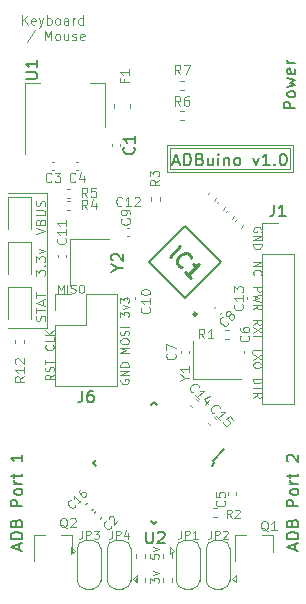
<source format=gbr>
%TF.GenerationSoftware,KiCad,Pcbnew,(5.1.9-16-g1737927814)-1*%
%TF.CreationDate,2021-08-21T21:41:48-05:00*%
%TF.ProjectId,adbuino,61646275-696e-46f2-9e6b-696361645f70,rev?*%
%TF.SameCoordinates,Original*%
%TF.FileFunction,Legend,Top*%
%TF.FilePolarity,Positive*%
%FSLAX46Y46*%
G04 Gerber Fmt 4.6, Leading zero omitted, Abs format (unit mm)*
G04 Created by KiCad (PCBNEW (5.1.9-16-g1737927814)-1) date 2021-08-21 21:41:48*
%MOMM*%
%LPD*%
G01*
G04 APERTURE LIST*
%ADD10C,0.120000*%
%ADD11C,0.100000*%
%ADD12C,0.150000*%
%ADD13C,0.200000*%
%ADD14C,0.250000*%
%ADD15C,0.254000*%
G04 APERTURE END LIST*
D10*
X28448000Y-52578000D02*
X25146000Y-52578000D01*
X28448000Y-41148000D02*
X28448000Y-52578000D01*
X25146000Y-41148000D02*
X28448000Y-41148000D01*
D11*
X34702000Y-56921333D02*
X34668666Y-56988000D01*
X34668666Y-57088000D01*
X34702000Y-57188000D01*
X34768666Y-57254666D01*
X34835333Y-57288000D01*
X34968666Y-57321333D01*
X35068666Y-57321333D01*
X35202000Y-57288000D01*
X35268666Y-57254666D01*
X35335333Y-57188000D01*
X35368666Y-57088000D01*
X35368666Y-57021333D01*
X35335333Y-56921333D01*
X35302000Y-56888000D01*
X35068666Y-56888000D01*
X35068666Y-57021333D01*
X35368666Y-56588000D02*
X34668666Y-56588000D01*
X35368666Y-56188000D01*
X34668666Y-56188000D01*
X35368666Y-55854666D02*
X34668666Y-55854666D01*
X34668666Y-55688000D01*
X34702000Y-55588000D01*
X34768666Y-55521333D01*
X34835333Y-55488000D01*
X34968666Y-55454666D01*
X35068666Y-55454666D01*
X35202000Y-55488000D01*
X35268666Y-55521333D01*
X35335333Y-55588000D01*
X35368666Y-55688000D01*
X35368666Y-55854666D01*
X35368666Y-54694000D02*
X34668666Y-54694000D01*
X35168666Y-54460666D01*
X34668666Y-54227333D01*
X35368666Y-54227333D01*
X34668666Y-53760666D02*
X34668666Y-53627333D01*
X34702000Y-53560666D01*
X34768666Y-53494000D01*
X34902000Y-53460666D01*
X35135333Y-53460666D01*
X35268666Y-53494000D01*
X35335333Y-53560666D01*
X35368666Y-53627333D01*
X35368666Y-53760666D01*
X35335333Y-53827333D01*
X35268666Y-53894000D01*
X35135333Y-53927333D01*
X34902000Y-53927333D01*
X34768666Y-53894000D01*
X34702000Y-53827333D01*
X34668666Y-53760666D01*
X35335333Y-53194000D02*
X35368666Y-53094000D01*
X35368666Y-52927333D01*
X35335333Y-52860666D01*
X35302000Y-52827333D01*
X35235333Y-52794000D01*
X35168666Y-52794000D01*
X35102000Y-52827333D01*
X35068666Y-52860666D01*
X35035333Y-52927333D01*
X35002000Y-53060666D01*
X34968666Y-53127333D01*
X34935333Y-53160666D01*
X34868666Y-53194000D01*
X34802000Y-53194000D01*
X34735333Y-53160666D01*
X34702000Y-53127333D01*
X34668666Y-53060666D01*
X34668666Y-52894000D01*
X34702000Y-52794000D01*
X35368666Y-52494000D02*
X34668666Y-52494000D01*
X29380000Y-49592666D02*
X29380000Y-48892666D01*
X29613333Y-49392666D01*
X29846666Y-48892666D01*
X29846666Y-49592666D01*
X30180000Y-49592666D02*
X30180000Y-48892666D01*
X30480000Y-49559333D02*
X30580000Y-49592666D01*
X30746666Y-49592666D01*
X30813333Y-49559333D01*
X30846666Y-49526000D01*
X30880000Y-49459333D01*
X30880000Y-49392666D01*
X30846666Y-49326000D01*
X30813333Y-49292666D01*
X30746666Y-49259333D01*
X30613333Y-49226000D01*
X30546666Y-49192666D01*
X30513333Y-49159333D01*
X30480000Y-49092666D01*
X30480000Y-49026000D01*
X30513333Y-48959333D01*
X30546666Y-48926000D01*
X30613333Y-48892666D01*
X30780000Y-48892666D01*
X30880000Y-48926000D01*
X31313333Y-48892666D02*
X31446666Y-48892666D01*
X31513333Y-48926000D01*
X31580000Y-48992666D01*
X31613333Y-49126000D01*
X31613333Y-49359333D01*
X31580000Y-49492666D01*
X31513333Y-49559333D01*
X31446666Y-49592666D01*
X31313333Y-49592666D01*
X31246666Y-49559333D01*
X31180000Y-49492666D01*
X31146666Y-49359333D01*
X31146666Y-49126000D01*
X31180000Y-48992666D01*
X31246666Y-48926000D01*
X31313333Y-48892666D01*
X34668666Y-51633333D02*
X34668666Y-51200000D01*
X34935333Y-51433333D01*
X34935333Y-51333333D01*
X34968666Y-51266666D01*
X35002000Y-51233333D01*
X35068666Y-51200000D01*
X35235333Y-51200000D01*
X35302000Y-51233333D01*
X35335333Y-51266666D01*
X35368666Y-51333333D01*
X35368666Y-51533333D01*
X35335333Y-51600000D01*
X35302000Y-51633333D01*
X34902000Y-50966666D02*
X35368666Y-50800000D01*
X34902000Y-50633333D01*
X34668666Y-50433333D02*
X34668666Y-50000000D01*
X34935333Y-50233333D01*
X34935333Y-50133333D01*
X34968666Y-50066666D01*
X35002000Y-50033333D01*
X35068666Y-50000000D01*
X35235333Y-50000000D01*
X35302000Y-50033333D01*
X35335333Y-50066666D01*
X35368666Y-50133333D01*
X35368666Y-50333333D01*
X35335333Y-50400000D01*
X35302000Y-50433333D01*
X29018666Y-56517333D02*
X28685333Y-56750666D01*
X29018666Y-56917333D02*
X28318666Y-56917333D01*
X28318666Y-56650666D01*
X28352000Y-56584000D01*
X28385333Y-56550666D01*
X28452000Y-56517333D01*
X28552000Y-56517333D01*
X28618666Y-56550666D01*
X28652000Y-56584000D01*
X28685333Y-56650666D01*
X28685333Y-56917333D01*
X28985333Y-56250666D02*
X29018666Y-56150666D01*
X29018666Y-55984000D01*
X28985333Y-55917333D01*
X28952000Y-55884000D01*
X28885333Y-55850666D01*
X28818666Y-55850666D01*
X28752000Y-55884000D01*
X28718666Y-55917333D01*
X28685333Y-55984000D01*
X28652000Y-56117333D01*
X28618666Y-56184000D01*
X28585333Y-56217333D01*
X28518666Y-56250666D01*
X28452000Y-56250666D01*
X28385333Y-56217333D01*
X28352000Y-56184000D01*
X28318666Y-56117333D01*
X28318666Y-55950666D01*
X28352000Y-55850666D01*
X28318666Y-55650666D02*
X28318666Y-55250666D01*
X29018666Y-55450666D02*
X28318666Y-55450666D01*
X28952000Y-54010666D02*
X28985333Y-54044000D01*
X29018666Y-54144000D01*
X29018666Y-54210666D01*
X28985333Y-54310666D01*
X28918666Y-54377333D01*
X28852000Y-54410666D01*
X28718666Y-54444000D01*
X28618666Y-54444000D01*
X28485333Y-54410666D01*
X28418666Y-54377333D01*
X28352000Y-54310666D01*
X28318666Y-54210666D01*
X28318666Y-54144000D01*
X28352000Y-54044000D01*
X28385333Y-54010666D01*
X29018666Y-53377333D02*
X29018666Y-53710666D01*
X28318666Y-53710666D01*
X29018666Y-53144000D02*
X28318666Y-53144000D01*
X29018666Y-52744000D02*
X28618666Y-53044000D01*
X28318666Y-52744000D02*
X28718666Y-53144000D01*
D10*
X38608000Y-39370000D02*
X38862000Y-39370000D01*
X38608000Y-37084000D02*
X38608000Y-39370000D01*
X49276000Y-37084000D02*
X38608000Y-37084000D01*
X49276000Y-37338000D02*
X49276000Y-37084000D01*
X49276000Y-39370000D02*
X49276000Y-37338000D01*
X38862000Y-39370000D02*
X49276000Y-39370000D01*
X38862000Y-37338000D02*
X38862000Y-39116000D01*
X49022000Y-37338000D02*
X38862000Y-37338000D01*
X49022000Y-39116000D02*
X49022000Y-37338000D01*
X38862000Y-39116000D02*
X49022000Y-39116000D01*
D11*
X37208666Y-74160000D02*
X37208666Y-73726666D01*
X37475333Y-73960000D01*
X37475333Y-73860000D01*
X37508666Y-73793333D01*
X37542000Y-73760000D01*
X37608666Y-73726666D01*
X37775333Y-73726666D01*
X37842000Y-73760000D01*
X37875333Y-73793333D01*
X37908666Y-73860000D01*
X37908666Y-74060000D01*
X37875333Y-74126666D01*
X37842000Y-74160000D01*
X37442000Y-73493333D02*
X37908666Y-73326666D01*
X37442000Y-73160000D01*
X37208666Y-71728000D02*
X37208666Y-72061333D01*
X37542000Y-72094666D01*
X37508666Y-72061333D01*
X37475333Y-71994666D01*
X37475333Y-71828000D01*
X37508666Y-71761333D01*
X37542000Y-71728000D01*
X37608666Y-71694666D01*
X37775333Y-71694666D01*
X37842000Y-71728000D01*
X37875333Y-71761333D01*
X37908666Y-71828000D01*
X37908666Y-71994666D01*
X37875333Y-72061333D01*
X37842000Y-72094666D01*
X37442000Y-71461333D02*
X37908666Y-71294666D01*
X37442000Y-71128000D01*
X28263809Y-51980952D02*
X28301904Y-51866666D01*
X28301904Y-51676190D01*
X28263809Y-51600000D01*
X28225714Y-51561904D01*
X28149523Y-51523809D01*
X28073333Y-51523809D01*
X27997142Y-51561904D01*
X27959047Y-51600000D01*
X27920952Y-51676190D01*
X27882857Y-51828571D01*
X27844761Y-51904761D01*
X27806666Y-51942857D01*
X27730476Y-51980952D01*
X27654285Y-51980952D01*
X27578095Y-51942857D01*
X27540000Y-51904761D01*
X27501904Y-51828571D01*
X27501904Y-51638095D01*
X27540000Y-51523809D01*
X27501904Y-51295238D02*
X27501904Y-50838095D01*
X28301904Y-51066666D02*
X27501904Y-51066666D01*
X28073333Y-50609523D02*
X28073333Y-50228571D01*
X28301904Y-50685714D02*
X27501904Y-50419047D01*
X28301904Y-50152380D01*
X27501904Y-50000000D02*
X27501904Y-49542857D01*
X28301904Y-49771428D02*
X27501904Y-49771428D01*
X27501904Y-48132857D02*
X27501904Y-47637619D01*
X27806666Y-47904285D01*
X27806666Y-47790000D01*
X27844761Y-47713809D01*
X27882857Y-47675714D01*
X27959047Y-47637619D01*
X28149523Y-47637619D01*
X28225714Y-47675714D01*
X28263809Y-47713809D01*
X28301904Y-47790000D01*
X28301904Y-48018571D01*
X28263809Y-48094761D01*
X28225714Y-48132857D01*
X28225714Y-47294761D02*
X28263809Y-47256666D01*
X28301904Y-47294761D01*
X28263809Y-47332857D01*
X28225714Y-47294761D01*
X28301904Y-47294761D01*
X27501904Y-46990000D02*
X27501904Y-46494761D01*
X27806666Y-46761428D01*
X27806666Y-46647142D01*
X27844761Y-46570952D01*
X27882857Y-46532857D01*
X27959047Y-46494761D01*
X28149523Y-46494761D01*
X28225714Y-46532857D01*
X28263809Y-46570952D01*
X28301904Y-46647142D01*
X28301904Y-46875714D01*
X28263809Y-46951904D01*
X28225714Y-46990000D01*
X27768571Y-46228095D02*
X28301904Y-46037619D01*
X27768571Y-45847142D01*
X27501904Y-44646666D02*
X28301904Y-44380000D01*
X27501904Y-44113333D01*
X27882857Y-43580000D02*
X27920952Y-43465714D01*
X27959047Y-43427619D01*
X28035238Y-43389523D01*
X28149523Y-43389523D01*
X28225714Y-43427619D01*
X28263809Y-43465714D01*
X28301904Y-43541904D01*
X28301904Y-43846666D01*
X27501904Y-43846666D01*
X27501904Y-43580000D01*
X27540000Y-43503809D01*
X27578095Y-43465714D01*
X27654285Y-43427619D01*
X27730476Y-43427619D01*
X27806666Y-43465714D01*
X27844761Y-43503809D01*
X27882857Y-43580000D01*
X27882857Y-43846666D01*
X27501904Y-43046666D02*
X28149523Y-43046666D01*
X28225714Y-43008571D01*
X28263809Y-42970476D01*
X28301904Y-42894285D01*
X28301904Y-42741904D01*
X28263809Y-42665714D01*
X28225714Y-42627619D01*
X28149523Y-42589523D01*
X27501904Y-42589523D01*
X28263809Y-42246666D02*
X28301904Y-42132380D01*
X28301904Y-41941904D01*
X28263809Y-41865714D01*
X28225714Y-41827619D01*
X28149523Y-41789523D01*
X28073333Y-41789523D01*
X27997142Y-41827619D01*
X27959047Y-41865714D01*
X27920952Y-41941904D01*
X27882857Y-42094285D01*
X27844761Y-42170476D01*
X27806666Y-42208571D01*
X27730476Y-42246666D01*
X27654285Y-42246666D01*
X27578095Y-42208571D01*
X27540000Y-42170476D01*
X27501904Y-42094285D01*
X27501904Y-41903809D01*
X27540000Y-41789523D01*
D12*
X39156285Y-38520666D02*
X39632476Y-38520666D01*
X39061047Y-38806380D02*
X39394380Y-37806380D01*
X39727714Y-38806380D01*
X40061047Y-38806380D02*
X40061047Y-37806380D01*
X40299142Y-37806380D01*
X40442000Y-37854000D01*
X40537238Y-37949238D01*
X40584857Y-38044476D01*
X40632476Y-38234952D01*
X40632476Y-38377809D01*
X40584857Y-38568285D01*
X40537238Y-38663523D01*
X40442000Y-38758761D01*
X40299142Y-38806380D01*
X40061047Y-38806380D01*
X41394380Y-38282571D02*
X41537238Y-38330190D01*
X41584857Y-38377809D01*
X41632476Y-38473047D01*
X41632476Y-38615904D01*
X41584857Y-38711142D01*
X41537238Y-38758761D01*
X41442000Y-38806380D01*
X41061047Y-38806380D01*
X41061047Y-37806380D01*
X41394380Y-37806380D01*
X41489619Y-37854000D01*
X41537238Y-37901619D01*
X41584857Y-37996857D01*
X41584857Y-38092095D01*
X41537238Y-38187333D01*
X41489619Y-38234952D01*
X41394380Y-38282571D01*
X41061047Y-38282571D01*
X42489619Y-38139714D02*
X42489619Y-38806380D01*
X42061047Y-38139714D02*
X42061047Y-38663523D01*
X42108666Y-38758761D01*
X42203904Y-38806380D01*
X42346761Y-38806380D01*
X42442000Y-38758761D01*
X42489619Y-38711142D01*
X42965809Y-38806380D02*
X42965809Y-38139714D01*
X42965809Y-37806380D02*
X42918190Y-37854000D01*
X42965809Y-37901619D01*
X43013428Y-37854000D01*
X42965809Y-37806380D01*
X42965809Y-37901619D01*
X43442000Y-38139714D02*
X43442000Y-38806380D01*
X43442000Y-38234952D02*
X43489619Y-38187333D01*
X43584857Y-38139714D01*
X43727714Y-38139714D01*
X43822952Y-38187333D01*
X43870571Y-38282571D01*
X43870571Y-38806380D01*
X44489619Y-38806380D02*
X44394380Y-38758761D01*
X44346761Y-38711142D01*
X44299142Y-38615904D01*
X44299142Y-38330190D01*
X44346761Y-38234952D01*
X44394380Y-38187333D01*
X44489619Y-38139714D01*
X44632476Y-38139714D01*
X44727714Y-38187333D01*
X44775333Y-38234952D01*
X44822952Y-38330190D01*
X44822952Y-38615904D01*
X44775333Y-38711142D01*
X44727714Y-38758761D01*
X44632476Y-38806380D01*
X44489619Y-38806380D01*
X45918190Y-38139714D02*
X46156285Y-38806380D01*
X46394380Y-38139714D01*
X47299142Y-38806380D02*
X46727714Y-38806380D01*
X47013428Y-38806380D02*
X47013428Y-37806380D01*
X46918190Y-37949238D01*
X46822952Y-38044476D01*
X46727714Y-38092095D01*
X47727714Y-38711142D02*
X47775333Y-38758761D01*
X47727714Y-38806380D01*
X47680095Y-38758761D01*
X47727714Y-38711142D01*
X47727714Y-38806380D01*
X48394380Y-37806380D02*
X48489619Y-37806380D01*
X48584857Y-37854000D01*
X48632476Y-37901619D01*
X48680095Y-37996857D01*
X48727714Y-38187333D01*
X48727714Y-38425428D01*
X48680095Y-38615904D01*
X48632476Y-38711142D01*
X48584857Y-38758761D01*
X48489619Y-38806380D01*
X48394380Y-38806380D01*
X48299142Y-38758761D01*
X48251523Y-38711142D01*
X48203904Y-38615904D01*
X48156285Y-38425428D01*
X48156285Y-38187333D01*
X48203904Y-37996857D01*
X48251523Y-37901619D01*
X48299142Y-37854000D01*
X48394380Y-37806380D01*
D11*
X45911333Y-49104666D02*
X46611333Y-49104666D01*
X46611333Y-49371333D01*
X46578000Y-49438000D01*
X46544666Y-49471333D01*
X46478000Y-49504666D01*
X46378000Y-49504666D01*
X46311333Y-49471333D01*
X46278000Y-49438000D01*
X46244666Y-49371333D01*
X46244666Y-49104666D01*
X46611333Y-49738000D02*
X45911333Y-49904666D01*
X46411333Y-50038000D01*
X45911333Y-50171333D01*
X46611333Y-50338000D01*
X45911333Y-51004666D02*
X46244666Y-50771333D01*
X45911333Y-50604666D02*
X46611333Y-50604666D01*
X46611333Y-50871333D01*
X46578000Y-50938000D01*
X46544666Y-50971333D01*
X46478000Y-51004666D01*
X46378000Y-51004666D01*
X46311333Y-50971333D01*
X46278000Y-50938000D01*
X46244666Y-50871333D01*
X46244666Y-50604666D01*
X45911333Y-56858000D02*
X46611333Y-56858000D01*
X46611333Y-57024666D01*
X46578000Y-57124666D01*
X46511333Y-57191333D01*
X46444666Y-57224666D01*
X46311333Y-57258000D01*
X46211333Y-57258000D01*
X46078000Y-57224666D01*
X46011333Y-57191333D01*
X45944666Y-57124666D01*
X45911333Y-57024666D01*
X45911333Y-56858000D01*
X46611333Y-57458000D02*
X46611333Y-57858000D01*
X45911333Y-57658000D02*
X46611333Y-57658000D01*
X45911333Y-58491333D02*
X46244666Y-58258000D01*
X45911333Y-58091333D02*
X46611333Y-58091333D01*
X46611333Y-58358000D01*
X46578000Y-58424666D01*
X46544666Y-58458000D01*
X46478000Y-58491333D01*
X46378000Y-58491333D01*
X46311333Y-58458000D01*
X46278000Y-58424666D01*
X46244666Y-58358000D01*
X46244666Y-58091333D01*
X46611333Y-54218000D02*
X46611333Y-54618000D01*
X45911333Y-54418000D02*
X46611333Y-54418000D01*
X46611333Y-54784666D02*
X45911333Y-55251333D01*
X46611333Y-55251333D02*
X45911333Y-54784666D01*
X46611333Y-55651333D02*
X46611333Y-55784666D01*
X46578000Y-55851333D01*
X46511333Y-55918000D01*
X46378000Y-55951333D01*
X46144666Y-55951333D01*
X46011333Y-55918000D01*
X45944666Y-55851333D01*
X45911333Y-55784666D01*
X45911333Y-55651333D01*
X45944666Y-55584666D01*
X46011333Y-55518000D01*
X46144666Y-55484666D01*
X46378000Y-55484666D01*
X46511333Y-55518000D01*
X46578000Y-55584666D01*
X46611333Y-55651333D01*
X45911333Y-52294666D02*
X46244666Y-52061333D01*
X45911333Y-51894666D02*
X46611333Y-51894666D01*
X46611333Y-52161333D01*
X46578000Y-52228000D01*
X46544666Y-52261333D01*
X46478000Y-52294666D01*
X46378000Y-52294666D01*
X46311333Y-52261333D01*
X46278000Y-52228000D01*
X46244666Y-52161333D01*
X46244666Y-51894666D01*
X46611333Y-52528000D02*
X45911333Y-52994666D01*
X46611333Y-52994666D02*
X45911333Y-52528000D01*
X45911333Y-53261333D02*
X46611333Y-53261333D01*
X45911333Y-46948000D02*
X46611333Y-46948000D01*
X45911333Y-47348000D01*
X46611333Y-47348000D01*
X45978000Y-48081333D02*
X45944666Y-48048000D01*
X45911333Y-47948000D01*
X45911333Y-47881333D01*
X45944666Y-47781333D01*
X46011333Y-47714666D01*
X46078000Y-47681333D01*
X46211333Y-47648000D01*
X46311333Y-47648000D01*
X46444666Y-47681333D01*
X46511333Y-47714666D01*
X46578000Y-47781333D01*
X46611333Y-47881333D01*
X46611333Y-47948000D01*
X46578000Y-48048000D01*
X46544666Y-48081333D01*
X46578000Y-44424666D02*
X46611333Y-44358000D01*
X46611333Y-44258000D01*
X46578000Y-44158000D01*
X46511333Y-44091333D01*
X46444666Y-44058000D01*
X46311333Y-44024666D01*
X46211333Y-44024666D01*
X46078000Y-44058000D01*
X46011333Y-44091333D01*
X45944666Y-44158000D01*
X45911333Y-44258000D01*
X45911333Y-44324666D01*
X45944666Y-44424666D01*
X45978000Y-44458000D01*
X46211333Y-44458000D01*
X46211333Y-44324666D01*
X45911333Y-44758000D02*
X46611333Y-44758000D01*
X45911333Y-45158000D01*
X46611333Y-45158000D01*
X45911333Y-45491333D02*
X46611333Y-45491333D01*
X46611333Y-45658000D01*
X46578000Y-45758000D01*
X46511333Y-45824666D01*
X46444666Y-45858000D01*
X46311333Y-45891333D01*
X46211333Y-45891333D01*
X46078000Y-45858000D01*
X46011333Y-45824666D01*
X45944666Y-45758000D01*
X45911333Y-45658000D01*
X45911333Y-45491333D01*
D12*
X49474380Y-33980190D02*
X48474380Y-33980190D01*
X48474380Y-33599238D01*
X48522000Y-33504000D01*
X48569619Y-33456380D01*
X48664857Y-33408761D01*
X48807714Y-33408761D01*
X48902952Y-33456380D01*
X48950571Y-33504000D01*
X48998190Y-33599238D01*
X48998190Y-33980190D01*
X49474380Y-32837333D02*
X49426761Y-32932571D01*
X49379142Y-32980190D01*
X49283904Y-33027809D01*
X48998190Y-33027809D01*
X48902952Y-32980190D01*
X48855333Y-32932571D01*
X48807714Y-32837333D01*
X48807714Y-32694476D01*
X48855333Y-32599238D01*
X48902952Y-32551619D01*
X48998190Y-32504000D01*
X49283904Y-32504000D01*
X49379142Y-32551619D01*
X49426761Y-32599238D01*
X49474380Y-32694476D01*
X49474380Y-32837333D01*
X48807714Y-32170666D02*
X49474380Y-31980190D01*
X48998190Y-31789714D01*
X49474380Y-31599238D01*
X48807714Y-31408761D01*
X49426761Y-30646857D02*
X49474380Y-30742095D01*
X49474380Y-30932571D01*
X49426761Y-31027809D01*
X49331523Y-31075428D01*
X48950571Y-31075428D01*
X48855333Y-31027809D01*
X48807714Y-30932571D01*
X48807714Y-30742095D01*
X48855333Y-30646857D01*
X48950571Y-30599238D01*
X49045809Y-30599238D01*
X49141047Y-31075428D01*
X49474380Y-30170666D02*
X48807714Y-30170666D01*
X48998190Y-30170666D02*
X48902952Y-30123047D01*
X48855333Y-30075428D01*
X48807714Y-29980190D01*
X48807714Y-29884952D01*
D11*
X26352857Y-26889904D02*
X26352857Y-26089904D01*
X26810000Y-26889904D02*
X26467142Y-26432761D01*
X26810000Y-26089904D02*
X26352857Y-26547047D01*
X27457619Y-26851809D02*
X27381428Y-26889904D01*
X27229047Y-26889904D01*
X27152857Y-26851809D01*
X27114761Y-26775619D01*
X27114761Y-26470857D01*
X27152857Y-26394666D01*
X27229047Y-26356571D01*
X27381428Y-26356571D01*
X27457619Y-26394666D01*
X27495714Y-26470857D01*
X27495714Y-26547047D01*
X27114761Y-26623238D01*
X27762380Y-26356571D02*
X27952857Y-26889904D01*
X28143333Y-26356571D02*
X27952857Y-26889904D01*
X27876666Y-27080380D01*
X27838571Y-27118476D01*
X27762380Y-27156571D01*
X28448095Y-26889904D02*
X28448095Y-26089904D01*
X28448095Y-26394666D02*
X28524285Y-26356571D01*
X28676666Y-26356571D01*
X28752857Y-26394666D01*
X28790952Y-26432761D01*
X28829047Y-26508952D01*
X28829047Y-26737523D01*
X28790952Y-26813714D01*
X28752857Y-26851809D01*
X28676666Y-26889904D01*
X28524285Y-26889904D01*
X28448095Y-26851809D01*
X29286190Y-26889904D02*
X29210000Y-26851809D01*
X29171904Y-26813714D01*
X29133809Y-26737523D01*
X29133809Y-26508952D01*
X29171904Y-26432761D01*
X29210000Y-26394666D01*
X29286190Y-26356571D01*
X29400476Y-26356571D01*
X29476666Y-26394666D01*
X29514761Y-26432761D01*
X29552857Y-26508952D01*
X29552857Y-26737523D01*
X29514761Y-26813714D01*
X29476666Y-26851809D01*
X29400476Y-26889904D01*
X29286190Y-26889904D01*
X30238571Y-26889904D02*
X30238571Y-26470857D01*
X30200476Y-26394666D01*
X30124285Y-26356571D01*
X29971904Y-26356571D01*
X29895714Y-26394666D01*
X30238571Y-26851809D02*
X30162380Y-26889904D01*
X29971904Y-26889904D01*
X29895714Y-26851809D01*
X29857619Y-26775619D01*
X29857619Y-26699428D01*
X29895714Y-26623238D01*
X29971904Y-26585142D01*
X30162380Y-26585142D01*
X30238571Y-26547047D01*
X30619523Y-26889904D02*
X30619523Y-26356571D01*
X30619523Y-26508952D02*
X30657619Y-26432761D01*
X30695714Y-26394666D01*
X30771904Y-26356571D01*
X30848095Y-26356571D01*
X31457619Y-26889904D02*
X31457619Y-26089904D01*
X31457619Y-26851809D02*
X31381428Y-26889904D01*
X31229047Y-26889904D01*
X31152857Y-26851809D01*
X31114761Y-26813714D01*
X31076666Y-26737523D01*
X31076666Y-26508952D01*
X31114761Y-26432761D01*
X31152857Y-26394666D01*
X31229047Y-26356571D01*
X31381428Y-26356571D01*
X31457619Y-26394666D01*
X27400476Y-27351809D02*
X26714761Y-28380380D01*
X28276666Y-28189904D02*
X28276666Y-27389904D01*
X28543333Y-27961333D01*
X28810000Y-27389904D01*
X28810000Y-28189904D01*
X29305238Y-28189904D02*
X29229047Y-28151809D01*
X29190952Y-28113714D01*
X29152857Y-28037523D01*
X29152857Y-27808952D01*
X29190952Y-27732761D01*
X29229047Y-27694666D01*
X29305238Y-27656571D01*
X29419523Y-27656571D01*
X29495714Y-27694666D01*
X29533809Y-27732761D01*
X29571904Y-27808952D01*
X29571904Y-28037523D01*
X29533809Y-28113714D01*
X29495714Y-28151809D01*
X29419523Y-28189904D01*
X29305238Y-28189904D01*
X30257619Y-27656571D02*
X30257619Y-28189904D01*
X29914761Y-27656571D02*
X29914761Y-28075619D01*
X29952857Y-28151809D01*
X30029047Y-28189904D01*
X30143333Y-28189904D01*
X30219523Y-28151809D01*
X30257619Y-28113714D01*
X30600476Y-28151809D02*
X30676666Y-28189904D01*
X30829047Y-28189904D01*
X30905238Y-28151809D01*
X30943333Y-28075619D01*
X30943333Y-28037523D01*
X30905238Y-27961333D01*
X30829047Y-27923238D01*
X30714761Y-27923238D01*
X30638571Y-27885142D01*
X30600476Y-27808952D01*
X30600476Y-27770857D01*
X30638571Y-27694666D01*
X30714761Y-27656571D01*
X30829047Y-27656571D01*
X30905238Y-27694666D01*
X31590952Y-28151809D02*
X31514761Y-28189904D01*
X31362380Y-28189904D01*
X31286190Y-28151809D01*
X31248095Y-28075619D01*
X31248095Y-27770857D01*
X31286190Y-27694666D01*
X31362380Y-27656571D01*
X31514761Y-27656571D01*
X31590952Y-27694666D01*
X31629047Y-27770857D01*
X31629047Y-27847047D01*
X31248095Y-27923238D01*
D12*
X49442666Y-71333809D02*
X49442666Y-70857619D01*
X49728380Y-71429047D02*
X48728380Y-71095714D01*
X49728380Y-70762380D01*
X49728380Y-70429047D02*
X48728380Y-70429047D01*
X48728380Y-70190952D01*
X48776000Y-70048095D01*
X48871238Y-69952857D01*
X48966476Y-69905238D01*
X49156952Y-69857619D01*
X49299809Y-69857619D01*
X49490285Y-69905238D01*
X49585523Y-69952857D01*
X49680761Y-70048095D01*
X49728380Y-70190952D01*
X49728380Y-70429047D01*
X49204571Y-69095714D02*
X49252190Y-68952857D01*
X49299809Y-68905238D01*
X49395047Y-68857619D01*
X49537904Y-68857619D01*
X49633142Y-68905238D01*
X49680761Y-68952857D01*
X49728380Y-69048095D01*
X49728380Y-69429047D01*
X48728380Y-69429047D01*
X48728380Y-69095714D01*
X48776000Y-69000476D01*
X48823619Y-68952857D01*
X48918857Y-68905238D01*
X49014095Y-68905238D01*
X49109333Y-68952857D01*
X49156952Y-69000476D01*
X49204571Y-69095714D01*
X49204571Y-69429047D01*
X49728380Y-67667142D02*
X48728380Y-67667142D01*
X48728380Y-67286190D01*
X48776000Y-67190952D01*
X48823619Y-67143333D01*
X48918857Y-67095714D01*
X49061714Y-67095714D01*
X49156952Y-67143333D01*
X49204571Y-67190952D01*
X49252190Y-67286190D01*
X49252190Y-67667142D01*
X49728380Y-66524285D02*
X49680761Y-66619523D01*
X49633142Y-66667142D01*
X49537904Y-66714761D01*
X49252190Y-66714761D01*
X49156952Y-66667142D01*
X49109333Y-66619523D01*
X49061714Y-66524285D01*
X49061714Y-66381428D01*
X49109333Y-66286190D01*
X49156952Y-66238571D01*
X49252190Y-66190952D01*
X49537904Y-66190952D01*
X49633142Y-66238571D01*
X49680761Y-66286190D01*
X49728380Y-66381428D01*
X49728380Y-66524285D01*
X49728380Y-65762380D02*
X49061714Y-65762380D01*
X49252190Y-65762380D02*
X49156952Y-65714761D01*
X49109333Y-65667142D01*
X49061714Y-65571904D01*
X49061714Y-65476666D01*
X49061714Y-65286190D02*
X49061714Y-64905238D01*
X48728380Y-65143333D02*
X49585523Y-65143333D01*
X49680761Y-65095714D01*
X49728380Y-65000476D01*
X49728380Y-64905238D01*
X48823619Y-63857619D02*
X48776000Y-63810000D01*
X48728380Y-63714761D01*
X48728380Y-63476666D01*
X48776000Y-63381428D01*
X48823619Y-63333809D01*
X48918857Y-63286190D01*
X49014095Y-63286190D01*
X49156952Y-63333809D01*
X49728380Y-63905238D01*
X49728380Y-63286190D01*
X26074666Y-71333809D02*
X26074666Y-70857619D01*
X26360380Y-71429047D02*
X25360380Y-71095714D01*
X26360380Y-70762380D01*
X26360380Y-70429047D02*
X25360380Y-70429047D01*
X25360380Y-70190952D01*
X25408000Y-70048095D01*
X25503238Y-69952857D01*
X25598476Y-69905238D01*
X25788952Y-69857619D01*
X25931809Y-69857619D01*
X26122285Y-69905238D01*
X26217523Y-69952857D01*
X26312761Y-70048095D01*
X26360380Y-70190952D01*
X26360380Y-70429047D01*
X25836571Y-69095714D02*
X25884190Y-68952857D01*
X25931809Y-68905238D01*
X26027047Y-68857619D01*
X26169904Y-68857619D01*
X26265142Y-68905238D01*
X26312761Y-68952857D01*
X26360380Y-69048095D01*
X26360380Y-69429047D01*
X25360380Y-69429047D01*
X25360380Y-69095714D01*
X25408000Y-69000476D01*
X25455619Y-68952857D01*
X25550857Y-68905238D01*
X25646095Y-68905238D01*
X25741333Y-68952857D01*
X25788952Y-69000476D01*
X25836571Y-69095714D01*
X25836571Y-69429047D01*
X26360380Y-67667142D02*
X25360380Y-67667142D01*
X25360380Y-67286190D01*
X25408000Y-67190952D01*
X25455619Y-67143333D01*
X25550857Y-67095714D01*
X25693714Y-67095714D01*
X25788952Y-67143333D01*
X25836571Y-67190952D01*
X25884190Y-67286190D01*
X25884190Y-67667142D01*
X26360380Y-66524285D02*
X26312761Y-66619523D01*
X26265142Y-66667142D01*
X26169904Y-66714761D01*
X25884190Y-66714761D01*
X25788952Y-66667142D01*
X25741333Y-66619523D01*
X25693714Y-66524285D01*
X25693714Y-66381428D01*
X25741333Y-66286190D01*
X25788952Y-66238571D01*
X25884190Y-66190952D01*
X26169904Y-66190952D01*
X26265142Y-66238571D01*
X26312761Y-66286190D01*
X26360380Y-66381428D01*
X26360380Y-66524285D01*
X26360380Y-65762380D02*
X25693714Y-65762380D01*
X25884190Y-65762380D02*
X25788952Y-65714761D01*
X25741333Y-65667142D01*
X25693714Y-65571904D01*
X25693714Y-65476666D01*
X25693714Y-65286190D02*
X25693714Y-64905238D01*
X25360380Y-65143333D02*
X26217523Y-65143333D01*
X26312761Y-65095714D01*
X26360380Y-65000476D01*
X26360380Y-64905238D01*
X26360380Y-63286190D02*
X26360380Y-63857619D01*
X26360380Y-63571904D02*
X25360380Y-63571904D01*
X25503238Y-63667142D01*
X25598476Y-63762380D01*
X25646095Y-63857619D01*
D13*
%TO.C,IC1*%
X40132000Y-50040559D02*
X37091441Y-47000000D01*
X37091441Y-47000000D02*
X40132000Y-43959441D01*
X40132000Y-43959441D02*
X43172559Y-47000000D01*
X43172559Y-47000000D02*
X40132000Y-50040559D01*
D14*
X41123206Y-51401740D02*
G75*
G03*
X41123206Y-51401740I-125000J0D01*
G01*
D10*
%TO.C,JP4*%
X34244000Y-74664000D02*
G75*
G02*
X33544000Y-73964000I0J700000D01*
G01*
X35544000Y-73964000D02*
G75*
G02*
X34844000Y-74664000I-700000J0D01*
G01*
X34844000Y-70564000D02*
G75*
G02*
X35544000Y-71264000I0J-700000D01*
G01*
X33544000Y-71264000D02*
G75*
G02*
X34244000Y-70564000I700000J0D01*
G01*
X35744000Y-73814000D02*
X36044000Y-73514000D01*
X36044000Y-74114000D02*
X36044000Y-73514000D01*
X35744000Y-73814000D02*
X36044000Y-74114000D01*
X34844000Y-74664000D02*
X34244000Y-74664000D01*
X35544000Y-71214000D02*
X35544000Y-74014000D01*
X34244000Y-70564000D02*
X34844000Y-70564000D01*
X33544000Y-74014000D02*
X33544000Y-71214000D01*
%TO.C,JP3*%
X32304000Y-70564000D02*
G75*
G02*
X33004000Y-71264000I0J-700000D01*
G01*
X31004000Y-71264000D02*
G75*
G02*
X31704000Y-70564000I700000J0D01*
G01*
X31704000Y-74664000D02*
G75*
G02*
X31004000Y-73964000I0J700000D01*
G01*
X33004000Y-73964000D02*
G75*
G02*
X32304000Y-74664000I-700000J0D01*
G01*
X30804000Y-71414000D02*
X30504000Y-71714000D01*
X30504000Y-71114000D02*
X30504000Y-71714000D01*
X30804000Y-71414000D02*
X30504000Y-71114000D01*
X31704000Y-70564000D02*
X32304000Y-70564000D01*
X31004000Y-74014000D02*
X31004000Y-71214000D01*
X32304000Y-74664000D02*
X31704000Y-74664000D01*
X33004000Y-71214000D02*
X33004000Y-74014000D01*
%TO.C,JP2*%
X42626000Y-74664000D02*
G75*
G02*
X41926000Y-73964000I0J700000D01*
G01*
X43926000Y-73964000D02*
G75*
G02*
X43226000Y-74664000I-700000J0D01*
G01*
X43226000Y-70564000D02*
G75*
G02*
X43926000Y-71264000I0J-700000D01*
G01*
X41926000Y-71264000D02*
G75*
G02*
X42626000Y-70564000I700000J0D01*
G01*
X44126000Y-73814000D02*
X44426000Y-73514000D01*
X44426000Y-74114000D02*
X44426000Y-73514000D01*
X44126000Y-73814000D02*
X44426000Y-74114000D01*
X43226000Y-74664000D02*
X42626000Y-74664000D01*
X43926000Y-71214000D02*
X43926000Y-74014000D01*
X42626000Y-70564000D02*
X43226000Y-70564000D01*
X41926000Y-74014000D02*
X41926000Y-71214000D01*
%TO.C,JP1*%
X40686000Y-70564000D02*
G75*
G02*
X41386000Y-71264000I0J-700000D01*
G01*
X39386000Y-71264000D02*
G75*
G02*
X40086000Y-70564000I700000J0D01*
G01*
X40086000Y-74664000D02*
G75*
G02*
X39386000Y-73964000I0J700000D01*
G01*
X41386000Y-73964000D02*
G75*
G02*
X40686000Y-74664000I-700000J0D01*
G01*
X39186000Y-71414000D02*
X38886000Y-71714000D01*
X38886000Y-71114000D02*
X38886000Y-71714000D01*
X39186000Y-71414000D02*
X38886000Y-71114000D01*
X40086000Y-70564000D02*
X40686000Y-70564000D01*
X39386000Y-74014000D02*
X39386000Y-71214000D01*
X40686000Y-74664000D02*
X40086000Y-74664000D01*
X41386000Y-71214000D02*
X41386000Y-74014000D01*
%TO.C,J6*%
X29150000Y-49724000D02*
X30480000Y-49724000D01*
X29150000Y-51054000D02*
X29150000Y-49724000D01*
X31750000Y-49724000D02*
X34350000Y-49724000D01*
X31750000Y-52324000D02*
X31750000Y-49724000D01*
X29150000Y-52324000D02*
X31750000Y-52324000D01*
X34350000Y-49724000D02*
X34350000Y-57464000D01*
X29150000Y-52324000D02*
X29150000Y-57464000D01*
X29150000Y-57464000D02*
X34350000Y-57464000D01*
%TO.C,R16*%
X44326659Y-43527940D02*
X44543940Y-43310659D01*
X44864060Y-44065341D02*
X45081341Y-43848060D01*
%TO.C,R14*%
X42040659Y-41241940D02*
X42257940Y-41024659D01*
X42578060Y-41779341D02*
X42795341Y-41562060D01*
%TO.C,R13*%
X43564659Y-42765940D02*
X43781940Y-42548659D01*
X44102060Y-43303341D02*
X44319341Y-43086060D01*
%TO.C,R15*%
X42802659Y-42003940D02*
X43019940Y-41786659D01*
X43340060Y-42541341D02*
X43557341Y-42324060D01*
%TO.C,Q1*%
X47554000Y-70106000D02*
X46624000Y-70106000D01*
X44394000Y-70106000D02*
X45324000Y-70106000D01*
X44394000Y-70106000D02*
X44394000Y-72266000D01*
X47554000Y-70106000D02*
X47554000Y-71566000D01*
%TO.C,C12*%
X35413836Y-42566000D02*
X35198164Y-42566000D01*
X35413836Y-43286000D02*
X35198164Y-43286000D01*
%TO.C,Y2*%
X30354000Y-45000000D02*
X30354000Y-49000000D01*
X33654000Y-45000000D02*
X30354000Y-45000000D01*
%TO.C,C13*%
X45360000Y-50145836D02*
X45360000Y-49930164D01*
X46080000Y-50145836D02*
X46080000Y-49930164D01*
%TO.C,R12*%
X26491200Y-53884801D02*
X26491200Y-53577519D01*
X25731200Y-53884801D02*
X25731200Y-53577519D01*
%TO.C,R11*%
X35942000Y-71728359D02*
X35942000Y-72035641D01*
X36702000Y-71728359D02*
X36702000Y-72035641D01*
%TO.C,R10*%
X36702000Y-74067641D02*
X36702000Y-73760359D01*
X35942000Y-74067641D02*
X35942000Y-73760359D01*
%TO.C,R9*%
X38228000Y-71728359D02*
X38228000Y-72035641D01*
X38988000Y-71728359D02*
X38988000Y-72035641D01*
%TO.C,R8*%
X38988000Y-74067641D02*
X38988000Y-73760359D01*
X38228000Y-74067641D02*
X38228000Y-73760359D01*
%TO.C,R7*%
X40031641Y-31624000D02*
X39724359Y-31624000D01*
X40031641Y-32384000D02*
X39724359Y-32384000D01*
%TO.C,R6*%
X39722359Y-34924000D02*
X40029641Y-34924000D01*
X39722359Y-34164000D02*
X40029641Y-34164000D01*
%TO.C,R5*%
X30418281Y-40788320D02*
X30110999Y-40788320D01*
X30418281Y-41548320D02*
X30110999Y-41548320D01*
%TO.C,R4*%
X30413201Y-41799240D02*
X30105919Y-41799240D01*
X30413201Y-42559240D02*
X30105919Y-42559240D01*
%TO.C,R3*%
X37212000Y-41502359D02*
X37212000Y-41809641D01*
X37972000Y-41502359D02*
X37972000Y-41809641D01*
%TO.C,R2*%
X42827641Y-67819000D02*
X42520359Y-67819000D01*
X42827641Y-68579000D02*
X42520359Y-68579000D01*
%TO.C,R1*%
X43839641Y-52706000D02*
X43532359Y-52706000D01*
X43839641Y-53466000D02*
X43532359Y-53466000D01*
%TO.C,C16*%
X31857122Y-67350979D02*
X31704619Y-67503482D01*
X32366239Y-67860096D02*
X32213736Y-68012599D01*
%TO.C,C15*%
X42087190Y-60630307D02*
X42239693Y-60782810D01*
X42596307Y-60121190D02*
X42748810Y-60273693D01*
%TO.C,C14*%
X40563190Y-59106307D02*
X40715693Y-59258810D01*
X41072307Y-58597190D02*
X41224810Y-58749693D01*
%TO.C,C11*%
X29358000Y-46374164D02*
X29358000Y-46589836D01*
X30078000Y-46374164D02*
X30078000Y-46589836D01*
%TO.C,C10*%
X35200000Y-49930164D02*
X35200000Y-50145836D01*
X35920000Y-49930164D02*
X35920000Y-50145836D01*
%TO.C,C9*%
X35413836Y-44090000D02*
X35198164Y-44090000D01*
X35413836Y-44810000D02*
X35198164Y-44810000D01*
%TO.C,C8*%
X43104307Y-51384810D02*
X43256810Y-51232307D01*
X42595190Y-50875693D02*
X42747693Y-50723190D01*
%TO.C,C7*%
X40492000Y-54717836D02*
X40492000Y-54502164D01*
X39772000Y-54717836D02*
X39772000Y-54502164D01*
%TO.C,C6*%
X45106000Y-54502164D02*
X45106000Y-54717836D01*
X45826000Y-54502164D02*
X45826000Y-54717836D01*
%TO.C,C5*%
X44489960Y-66683836D02*
X44489960Y-66468164D01*
X43769960Y-66683836D02*
X43769960Y-66468164D01*
%TO.C,C4*%
X30880164Y-39222000D02*
X31095836Y-39222000D01*
X30880164Y-38502000D02*
X31095836Y-38502000D01*
%TO.C,C3*%
X29063836Y-38502000D02*
X28848164Y-38502000D01*
X29063836Y-39222000D02*
X28848164Y-39222000D01*
%TO.C,C2*%
X32547053Y-68045990D02*
X32394550Y-68198493D01*
X33056170Y-68555107D02*
X32903667Y-68707610D01*
%TO.C,C1*%
X33930000Y-36976164D02*
X33930000Y-37191836D01*
X34650000Y-36976164D02*
X34650000Y-37191836D01*
%TO.C,D3*%
X25151200Y-49138100D02*
X25151200Y-51823100D01*
X27071200Y-49138100D02*
X25151200Y-49138100D01*
X27071200Y-51823100D02*
X27071200Y-49138100D01*
%TO.C,D2*%
X25151200Y-41495000D02*
X25151200Y-44180000D01*
X27071200Y-41495000D02*
X25151200Y-41495000D01*
X27071200Y-44180000D02*
X27071200Y-41495000D01*
%TO.C,D1*%
X25151200Y-45316550D02*
X25151200Y-48001550D01*
X27071200Y-45316550D02*
X25151200Y-45316550D01*
X27071200Y-48001550D02*
X27071200Y-45316550D01*
%TO.C,J1*%
X46670000Y-59030000D02*
X49330000Y-59030000D01*
X46670000Y-46270000D02*
X46670000Y-59030000D01*
X49330000Y-46270000D02*
X49330000Y-59030000D01*
X46670000Y-46270000D02*
X49330000Y-46270000D01*
X46670000Y-45000000D02*
X46670000Y-43670000D01*
X46670000Y-43670000D02*
X48000000Y-43670000D01*
%TO.C,F1*%
X35508000Y-33636969D02*
X35508000Y-33927031D01*
X34088000Y-33636969D02*
X34088000Y-33927031D01*
%TO.C,Y1*%
X40842000Y-53634000D02*
X40842000Y-56934000D01*
X40842000Y-56934000D02*
X44842000Y-56934000D01*
%TO.C,Q2*%
X30536000Y-70106000D02*
X29606000Y-70106000D01*
X27376000Y-70106000D02*
X28306000Y-70106000D01*
X27376000Y-70106000D02*
X27376000Y-72266000D01*
X30536000Y-70106000D02*
X30536000Y-71566000D01*
%TO.C,U1*%
X26562000Y-37834000D02*
X26562000Y-31824000D01*
X33382000Y-35584000D02*
X33382000Y-31824000D01*
X26562000Y-31824000D02*
X27822000Y-31824000D01*
X33382000Y-31824000D02*
X32122000Y-31824000D01*
D12*
%TO.C,U2*%
X42467425Y-63840901D02*
X43475052Y-62833274D01*
X37500000Y-69126524D02*
X37729810Y-68896714D01*
X32373476Y-64000000D02*
X32603286Y-63770190D01*
X37500000Y-58873476D02*
X37270190Y-59103286D01*
X42626524Y-64000000D02*
X42396714Y-64229810D01*
X37500000Y-58873476D02*
X37729810Y-59103286D01*
X32373476Y-64000000D02*
X32603286Y-64229810D01*
X37500000Y-69126524D02*
X37270190Y-68896714D01*
X42626524Y-64000000D02*
X42467425Y-63840901D01*
%TO.C,IC1*%
D15*
X38849106Y-46529605D02*
X39747131Y-45631580D01*
X39875421Y-47384868D02*
X39789895Y-47384868D01*
X39618842Y-47299341D01*
X39533316Y-47213815D01*
X39447790Y-47042763D01*
X39447790Y-46871710D01*
X39490553Y-46743421D01*
X39618842Y-46529605D01*
X39747131Y-46401316D01*
X39960947Y-46273026D01*
X40089236Y-46230263D01*
X40260289Y-46230263D01*
X40431341Y-46315790D01*
X40516868Y-46401316D01*
X40602394Y-46572368D01*
X40602394Y-46657895D01*
X40645157Y-48325656D02*
X40132000Y-47812499D01*
X40388578Y-48069078D02*
X41286604Y-47171052D01*
X41072788Y-47213815D01*
X40901736Y-47213815D01*
X40773446Y-47171052D01*
%TO.C,JP4*%
D11*
X33960666Y-69720666D02*
X33960666Y-70220666D01*
X33927333Y-70320666D01*
X33860666Y-70387333D01*
X33760666Y-70420666D01*
X33694000Y-70420666D01*
X34294000Y-70420666D02*
X34294000Y-69720666D01*
X34560666Y-69720666D01*
X34627333Y-69754000D01*
X34660666Y-69787333D01*
X34694000Y-69854000D01*
X34694000Y-69954000D01*
X34660666Y-70020666D01*
X34627333Y-70054000D01*
X34560666Y-70087333D01*
X34294000Y-70087333D01*
X35294000Y-69954000D02*
X35294000Y-70420666D01*
X35127333Y-69687333D02*
X34960666Y-70187333D01*
X35394000Y-70187333D01*
%TO.C,JP3*%
X31420666Y-69720666D02*
X31420666Y-70220666D01*
X31387333Y-70320666D01*
X31320666Y-70387333D01*
X31220666Y-70420666D01*
X31154000Y-70420666D01*
X31754000Y-70420666D02*
X31754000Y-69720666D01*
X32020666Y-69720666D01*
X32087333Y-69754000D01*
X32120666Y-69787333D01*
X32154000Y-69854000D01*
X32154000Y-69954000D01*
X32120666Y-70020666D01*
X32087333Y-70054000D01*
X32020666Y-70087333D01*
X31754000Y-70087333D01*
X32387333Y-69720666D02*
X32820666Y-69720666D01*
X32587333Y-69987333D01*
X32687333Y-69987333D01*
X32754000Y-70020666D01*
X32787333Y-70054000D01*
X32820666Y-70120666D01*
X32820666Y-70287333D01*
X32787333Y-70354000D01*
X32754000Y-70387333D01*
X32687333Y-70420666D01*
X32487333Y-70420666D01*
X32420666Y-70387333D01*
X32387333Y-70354000D01*
%TO.C,JP2*%
X42342666Y-69720666D02*
X42342666Y-70220666D01*
X42309333Y-70320666D01*
X42242666Y-70387333D01*
X42142666Y-70420666D01*
X42076000Y-70420666D01*
X42676000Y-70420666D02*
X42676000Y-69720666D01*
X42942666Y-69720666D01*
X43009333Y-69754000D01*
X43042666Y-69787333D01*
X43076000Y-69854000D01*
X43076000Y-69954000D01*
X43042666Y-70020666D01*
X43009333Y-70054000D01*
X42942666Y-70087333D01*
X42676000Y-70087333D01*
X43342666Y-69787333D02*
X43376000Y-69754000D01*
X43442666Y-69720666D01*
X43609333Y-69720666D01*
X43676000Y-69754000D01*
X43709333Y-69787333D01*
X43742666Y-69854000D01*
X43742666Y-69920666D01*
X43709333Y-70020666D01*
X43309333Y-70420666D01*
X43742666Y-70420666D01*
%TO.C,JP1*%
X39802666Y-69720666D02*
X39802666Y-70220666D01*
X39769333Y-70320666D01*
X39702666Y-70387333D01*
X39602666Y-70420666D01*
X39536000Y-70420666D01*
X40136000Y-70420666D02*
X40136000Y-69720666D01*
X40402666Y-69720666D01*
X40469333Y-69754000D01*
X40502666Y-69787333D01*
X40536000Y-69854000D01*
X40536000Y-69954000D01*
X40502666Y-70020666D01*
X40469333Y-70054000D01*
X40402666Y-70087333D01*
X40136000Y-70087333D01*
X41202666Y-70420666D02*
X40802666Y-70420666D01*
X41002666Y-70420666D02*
X41002666Y-69720666D01*
X40936000Y-69820666D01*
X40869333Y-69887333D01*
X40802666Y-69920666D01*
%TO.C,J6*%
D12*
X31416666Y-57872380D02*
X31416666Y-58586666D01*
X31369047Y-58729523D01*
X31273809Y-58824761D01*
X31130952Y-58872380D01*
X31035714Y-58872380D01*
X32321428Y-57872380D02*
X32130952Y-57872380D01*
X32035714Y-57920000D01*
X31988095Y-57967619D01*
X31892857Y-58110476D01*
X31845238Y-58300952D01*
X31845238Y-58681904D01*
X31892857Y-58777142D01*
X31940476Y-58824761D01*
X32035714Y-58872380D01*
X32226190Y-58872380D01*
X32321428Y-58824761D01*
X32369047Y-58777142D01*
X32416666Y-58681904D01*
X32416666Y-58443809D01*
X32369047Y-58348571D01*
X32321428Y-58300952D01*
X32226190Y-58253333D01*
X32035714Y-58253333D01*
X31940476Y-58300952D01*
X31892857Y-58348571D01*
X31845238Y-58443809D01*
%TO.C,Q1*%
D11*
X47167809Y-69780095D02*
X47091619Y-69742000D01*
X47015428Y-69665809D01*
X46901142Y-69551523D01*
X46824952Y-69513428D01*
X46748761Y-69513428D01*
X46786857Y-69703904D02*
X46710666Y-69665809D01*
X46634476Y-69589619D01*
X46596380Y-69437238D01*
X46596380Y-69170571D01*
X46634476Y-69018190D01*
X46710666Y-68942000D01*
X46786857Y-68903904D01*
X46939238Y-68903904D01*
X47015428Y-68942000D01*
X47091619Y-69018190D01*
X47129714Y-69170571D01*
X47129714Y-69437238D01*
X47091619Y-69589619D01*
X47015428Y-69665809D01*
X46939238Y-69703904D01*
X46786857Y-69703904D01*
X47891619Y-69703904D02*
X47434476Y-69703904D01*
X47663047Y-69703904D02*
X47663047Y-68903904D01*
X47586857Y-69018190D01*
X47510666Y-69094380D01*
X47434476Y-69132476D01*
%TO.C,C12*%
X34791714Y-42195714D02*
X34753619Y-42233809D01*
X34639333Y-42271904D01*
X34563142Y-42271904D01*
X34448857Y-42233809D01*
X34372666Y-42157619D01*
X34334571Y-42081428D01*
X34296476Y-41929047D01*
X34296476Y-41814761D01*
X34334571Y-41662380D01*
X34372666Y-41586190D01*
X34448857Y-41510000D01*
X34563142Y-41471904D01*
X34639333Y-41471904D01*
X34753619Y-41510000D01*
X34791714Y-41548095D01*
X35553619Y-42271904D02*
X35096476Y-42271904D01*
X35325047Y-42271904D02*
X35325047Y-41471904D01*
X35248857Y-41586190D01*
X35172666Y-41662380D01*
X35096476Y-41700476D01*
X35858380Y-41548095D02*
X35896476Y-41510000D01*
X35972666Y-41471904D01*
X36163142Y-41471904D01*
X36239333Y-41510000D01*
X36277428Y-41548095D01*
X36315523Y-41624285D01*
X36315523Y-41700476D01*
X36277428Y-41814761D01*
X35820285Y-42271904D01*
X36315523Y-42271904D01*
%TO.C,Y2*%
D12*
X34430190Y-47476190D02*
X34906380Y-47476190D01*
X33906380Y-47809523D02*
X34430190Y-47476190D01*
X33906380Y-47142857D01*
X34001619Y-46857142D02*
X33954000Y-46809523D01*
X33906380Y-46714285D01*
X33906380Y-46476190D01*
X33954000Y-46380952D01*
X34001619Y-46333333D01*
X34096857Y-46285714D01*
X34192095Y-46285714D01*
X34334952Y-46333333D01*
X34906380Y-46904761D01*
X34906380Y-46285714D01*
%TO.C,C13*%
D11*
X44989714Y-50552285D02*
X45027809Y-50590380D01*
X45065904Y-50704666D01*
X45065904Y-50780857D01*
X45027809Y-50895142D01*
X44951619Y-50971333D01*
X44875428Y-51009428D01*
X44723047Y-51047523D01*
X44608761Y-51047523D01*
X44456380Y-51009428D01*
X44380190Y-50971333D01*
X44304000Y-50895142D01*
X44265904Y-50780857D01*
X44265904Y-50704666D01*
X44304000Y-50590380D01*
X44342095Y-50552285D01*
X45065904Y-49790380D02*
X45065904Y-50247523D01*
X45065904Y-50018952D02*
X44265904Y-50018952D01*
X44380190Y-50095142D01*
X44456380Y-50171333D01*
X44494476Y-50247523D01*
X44265904Y-49523714D02*
X44265904Y-49028476D01*
X44570666Y-49295142D01*
X44570666Y-49180857D01*
X44608761Y-49104666D01*
X44646857Y-49066571D01*
X44723047Y-49028476D01*
X44913523Y-49028476D01*
X44989714Y-49066571D01*
X45027809Y-49104666D01*
X45065904Y-49180857D01*
X45065904Y-49409428D01*
X45027809Y-49485619D01*
X44989714Y-49523714D01*
%TO.C,R12*%
X26523904Y-56648285D02*
X26142952Y-56914952D01*
X26523904Y-57105428D02*
X25723904Y-57105428D01*
X25723904Y-56800666D01*
X25762000Y-56724476D01*
X25800095Y-56686380D01*
X25876285Y-56648285D01*
X25990571Y-56648285D01*
X26066761Y-56686380D01*
X26104857Y-56724476D01*
X26142952Y-56800666D01*
X26142952Y-57105428D01*
X26523904Y-55886380D02*
X26523904Y-56343523D01*
X26523904Y-56114952D02*
X25723904Y-56114952D01*
X25838190Y-56191142D01*
X25914380Y-56267333D01*
X25952476Y-56343523D01*
X25800095Y-55581619D02*
X25762000Y-55543523D01*
X25723904Y-55467333D01*
X25723904Y-55276857D01*
X25762000Y-55200666D01*
X25800095Y-55162571D01*
X25876285Y-55124476D01*
X25952476Y-55124476D01*
X26066761Y-55162571D01*
X26523904Y-55619714D01*
X26523904Y-55124476D01*
%TO.C,R7*%
X39744666Y-31095904D02*
X39478000Y-30714952D01*
X39287523Y-31095904D02*
X39287523Y-30295904D01*
X39592285Y-30295904D01*
X39668476Y-30334000D01*
X39706571Y-30372095D01*
X39744666Y-30448285D01*
X39744666Y-30562571D01*
X39706571Y-30638761D01*
X39668476Y-30676857D01*
X39592285Y-30714952D01*
X39287523Y-30714952D01*
X40011333Y-30295904D02*
X40544666Y-30295904D01*
X40201809Y-31095904D01*
%TO.C,R6*%
X39742666Y-33735904D02*
X39476000Y-33354952D01*
X39285523Y-33735904D02*
X39285523Y-32935904D01*
X39590285Y-32935904D01*
X39666476Y-32974000D01*
X39704571Y-33012095D01*
X39742666Y-33088285D01*
X39742666Y-33202571D01*
X39704571Y-33278761D01*
X39666476Y-33316857D01*
X39590285Y-33354952D01*
X39285523Y-33354952D01*
X40428380Y-32935904D02*
X40276000Y-32935904D01*
X40199809Y-32974000D01*
X40161714Y-33012095D01*
X40085523Y-33126380D01*
X40047428Y-33278761D01*
X40047428Y-33583523D01*
X40085523Y-33659714D01*
X40123619Y-33697809D01*
X40199809Y-33735904D01*
X40352190Y-33735904D01*
X40428380Y-33697809D01*
X40466476Y-33659714D01*
X40504571Y-33583523D01*
X40504571Y-33393047D01*
X40466476Y-33316857D01*
X40428380Y-33278761D01*
X40352190Y-33240666D01*
X40199809Y-33240666D01*
X40123619Y-33278761D01*
X40085523Y-33316857D01*
X40047428Y-33393047D01*
%TO.C,R5*%
X31870666Y-41509904D02*
X31604000Y-41128952D01*
X31413523Y-41509904D02*
X31413523Y-40709904D01*
X31718285Y-40709904D01*
X31794476Y-40748000D01*
X31832571Y-40786095D01*
X31870666Y-40862285D01*
X31870666Y-40976571D01*
X31832571Y-41052761D01*
X31794476Y-41090857D01*
X31718285Y-41128952D01*
X31413523Y-41128952D01*
X32594476Y-40709904D02*
X32213523Y-40709904D01*
X32175428Y-41090857D01*
X32213523Y-41052761D01*
X32289714Y-41014666D01*
X32480190Y-41014666D01*
X32556380Y-41052761D01*
X32594476Y-41090857D01*
X32632571Y-41167047D01*
X32632571Y-41357523D01*
X32594476Y-41433714D01*
X32556380Y-41471809D01*
X32480190Y-41509904D01*
X32289714Y-41509904D01*
X32213523Y-41471809D01*
X32175428Y-41433714D01*
%TO.C,R4*%
X31870666Y-42525904D02*
X31604000Y-42144952D01*
X31413523Y-42525904D02*
X31413523Y-41725904D01*
X31718285Y-41725904D01*
X31794476Y-41764000D01*
X31832571Y-41802095D01*
X31870666Y-41878285D01*
X31870666Y-41992571D01*
X31832571Y-42068761D01*
X31794476Y-42106857D01*
X31718285Y-42144952D01*
X31413523Y-42144952D01*
X32556380Y-41992571D02*
X32556380Y-42525904D01*
X32365904Y-41687809D02*
X32175428Y-42259238D01*
X32670666Y-42259238D01*
%TO.C,R3*%
X37953904Y-40011333D02*
X37572952Y-40278000D01*
X37953904Y-40468476D02*
X37153904Y-40468476D01*
X37153904Y-40163714D01*
X37192000Y-40087523D01*
X37230095Y-40049428D01*
X37306285Y-40011333D01*
X37420571Y-40011333D01*
X37496761Y-40049428D01*
X37534857Y-40087523D01*
X37572952Y-40163714D01*
X37572952Y-40468476D01*
X37153904Y-39744666D02*
X37153904Y-39249428D01*
X37458666Y-39516095D01*
X37458666Y-39401809D01*
X37496761Y-39325619D01*
X37534857Y-39287523D01*
X37611047Y-39249428D01*
X37801523Y-39249428D01*
X37877714Y-39287523D01*
X37915809Y-39325619D01*
X37953904Y-39401809D01*
X37953904Y-39630380D01*
X37915809Y-39706571D01*
X37877714Y-39744666D01*
%TO.C,R2*%
X44079333Y-68642666D02*
X43846000Y-68309333D01*
X43679333Y-68642666D02*
X43679333Y-67942666D01*
X43946000Y-67942666D01*
X44012666Y-67976000D01*
X44046000Y-68009333D01*
X44079333Y-68076000D01*
X44079333Y-68176000D01*
X44046000Y-68242666D01*
X44012666Y-68276000D01*
X43946000Y-68309333D01*
X43679333Y-68309333D01*
X44346000Y-68009333D02*
X44379333Y-67976000D01*
X44446000Y-67942666D01*
X44612666Y-67942666D01*
X44679333Y-67976000D01*
X44712666Y-68009333D01*
X44746000Y-68076000D01*
X44746000Y-68142666D01*
X44712666Y-68242666D01*
X44312666Y-68642666D01*
X44746000Y-68642666D01*
%TO.C,R1*%
X41776666Y-53447904D02*
X41510000Y-53066952D01*
X41319523Y-53447904D02*
X41319523Y-52647904D01*
X41624285Y-52647904D01*
X41700476Y-52686000D01*
X41738571Y-52724095D01*
X41776666Y-52800285D01*
X41776666Y-52914571D01*
X41738571Y-52990761D01*
X41700476Y-53028857D01*
X41624285Y-53066952D01*
X41319523Y-53066952D01*
X42538571Y-53447904D02*
X42081428Y-53447904D01*
X42310000Y-53447904D02*
X42310000Y-52647904D01*
X42233809Y-52762190D01*
X42157619Y-52838380D01*
X42081428Y-52876476D01*
%TO.C,C16*%
X30846578Y-67550974D02*
X30846578Y-67598115D01*
X30799438Y-67692396D01*
X30752297Y-67739536D01*
X30658016Y-67786677D01*
X30563735Y-67786677D01*
X30493025Y-67763106D01*
X30375174Y-67692396D01*
X30304463Y-67621685D01*
X30233752Y-67503834D01*
X30210182Y-67433123D01*
X30210182Y-67338842D01*
X30257322Y-67244561D01*
X30304463Y-67197421D01*
X30398744Y-67150280D01*
X30445884Y-67150280D01*
X31365123Y-67126710D02*
X31082280Y-67409553D01*
X31223702Y-67268132D02*
X30728727Y-66773157D01*
X30752297Y-66891008D01*
X30752297Y-66985289D01*
X30728727Y-67056000D01*
X31294412Y-66207471D02*
X31200132Y-66301752D01*
X31176561Y-66372463D01*
X31176561Y-66419603D01*
X31200132Y-66537455D01*
X31270842Y-66655306D01*
X31459404Y-66843867D01*
X31530115Y-66867438D01*
X31577255Y-66867438D01*
X31647966Y-66843867D01*
X31742247Y-66749587D01*
X31765817Y-66678876D01*
X31765817Y-66631735D01*
X31742247Y-66561025D01*
X31624396Y-66443174D01*
X31553685Y-66419603D01*
X31506544Y-66419603D01*
X31435834Y-66443174D01*
X31341553Y-66537455D01*
X31317983Y-66608165D01*
X31317983Y-66655306D01*
X31341553Y-66726016D01*
%TO.C,C15*%
X42614314Y-59782375D02*
X42560439Y-59782375D01*
X42452690Y-59728500D01*
X42398815Y-59674625D01*
X42344940Y-59566876D01*
X42344940Y-59459126D01*
X42371877Y-59378314D01*
X42452690Y-59243627D01*
X42533502Y-59162815D01*
X42668189Y-59082003D01*
X42749001Y-59055065D01*
X42856751Y-59055065D01*
X42964500Y-59108940D01*
X43018375Y-59162815D01*
X43072250Y-59270564D01*
X43072250Y-59324439D01*
X43099187Y-60374998D02*
X42775938Y-60051749D01*
X42937563Y-60213374D02*
X43503248Y-59647688D01*
X43368561Y-59674625D01*
X43260812Y-59674625D01*
X43180000Y-59647688D01*
X44176683Y-60321123D02*
X43907309Y-60051749D01*
X43610998Y-60294186D01*
X43664873Y-60294186D01*
X43745685Y-60321123D01*
X43880372Y-60455810D01*
X43907309Y-60536622D01*
X43907309Y-60590497D01*
X43880372Y-60671309D01*
X43745685Y-60805996D01*
X43664873Y-60832934D01*
X43610998Y-60832934D01*
X43530186Y-60805996D01*
X43395499Y-60671309D01*
X43368561Y-60590497D01*
X43368561Y-60536622D01*
%TO.C,C14*%
X40836314Y-58004375D02*
X40782439Y-58004375D01*
X40674690Y-57950500D01*
X40620815Y-57896625D01*
X40566940Y-57788876D01*
X40566940Y-57681126D01*
X40593877Y-57600314D01*
X40674690Y-57465627D01*
X40755502Y-57384815D01*
X40890189Y-57304003D01*
X40971001Y-57277065D01*
X41078751Y-57277065D01*
X41186500Y-57330940D01*
X41240375Y-57384815D01*
X41294250Y-57492564D01*
X41294250Y-57546439D01*
X41321187Y-58596998D02*
X40997938Y-58273749D01*
X41159563Y-58435374D02*
X41725248Y-57869688D01*
X41590561Y-57896625D01*
X41482812Y-57896625D01*
X41402000Y-57869688D01*
X42183184Y-58704748D02*
X41806061Y-59081871D01*
X42263996Y-58354561D02*
X41725248Y-58623935D01*
X42075435Y-58974122D01*
%TO.C,C11*%
X30003714Y-44964285D02*
X30041809Y-45002380D01*
X30079904Y-45116666D01*
X30079904Y-45192857D01*
X30041809Y-45307142D01*
X29965619Y-45383333D01*
X29889428Y-45421428D01*
X29737047Y-45459523D01*
X29622761Y-45459523D01*
X29470380Y-45421428D01*
X29394190Y-45383333D01*
X29318000Y-45307142D01*
X29279904Y-45192857D01*
X29279904Y-45116666D01*
X29318000Y-45002380D01*
X29356095Y-44964285D01*
X30079904Y-44202380D02*
X30079904Y-44659523D01*
X30079904Y-44430952D02*
X29279904Y-44430952D01*
X29394190Y-44507142D01*
X29470380Y-44583333D01*
X29508476Y-44659523D01*
X30079904Y-43440476D02*
X30079904Y-43897619D01*
X30079904Y-43669047D02*
X29279904Y-43669047D01*
X29394190Y-43745238D01*
X29470380Y-43821428D01*
X29508476Y-43897619D01*
%TO.C,C10*%
X37115714Y-50834285D02*
X37153809Y-50872380D01*
X37191904Y-50986666D01*
X37191904Y-51062857D01*
X37153809Y-51177142D01*
X37077619Y-51253333D01*
X37001428Y-51291428D01*
X36849047Y-51329523D01*
X36734761Y-51329523D01*
X36582380Y-51291428D01*
X36506190Y-51253333D01*
X36430000Y-51177142D01*
X36391904Y-51062857D01*
X36391904Y-50986666D01*
X36430000Y-50872380D01*
X36468095Y-50834285D01*
X37191904Y-50072380D02*
X37191904Y-50529523D01*
X37191904Y-50300952D02*
X36391904Y-50300952D01*
X36506190Y-50377142D01*
X36582380Y-50453333D01*
X36620476Y-50529523D01*
X36391904Y-49577142D02*
X36391904Y-49500952D01*
X36430000Y-49424761D01*
X36468095Y-49386666D01*
X36544285Y-49348571D01*
X36696666Y-49310476D01*
X36887142Y-49310476D01*
X37039523Y-49348571D01*
X37115714Y-49386666D01*
X37153809Y-49424761D01*
X37191904Y-49500952D01*
X37191904Y-49577142D01*
X37153809Y-49653333D01*
X37115714Y-49691428D01*
X37039523Y-49729523D01*
X36887142Y-49767619D01*
X36696666Y-49767619D01*
X36544285Y-49729523D01*
X36468095Y-49691428D01*
X36430000Y-49653333D01*
X36391904Y-49577142D01*
%TO.C,C9*%
X35412109Y-43326097D02*
X35450204Y-43364192D01*
X35488299Y-43478478D01*
X35488299Y-43554668D01*
X35450204Y-43668954D01*
X35374014Y-43745144D01*
X35297823Y-43783240D01*
X35145442Y-43821335D01*
X35031156Y-43821335D01*
X34878775Y-43783240D01*
X34802585Y-43745144D01*
X34726395Y-43668954D01*
X34688299Y-43554668D01*
X34688299Y-43478478D01*
X34726395Y-43364192D01*
X34764490Y-43326097D01*
X35488299Y-42945144D02*
X35488299Y-42792764D01*
X35450204Y-42716573D01*
X35412109Y-42678478D01*
X35297823Y-42602287D01*
X35145442Y-42564192D01*
X34840680Y-42564192D01*
X34764490Y-42602287D01*
X34726395Y-42640383D01*
X34688299Y-42716573D01*
X34688299Y-42868954D01*
X34726395Y-42945144D01*
X34764490Y-42983240D01*
X34840680Y-43021335D01*
X35031156Y-43021335D01*
X35107347Y-42983240D01*
X35145442Y-42945144D01*
X35183537Y-42868954D01*
X35183537Y-42716573D01*
X35145442Y-42640383D01*
X35107347Y-42602287D01*
X35031156Y-42564192D01*
%TO.C,C8*%
X43795749Y-52112311D02*
X43795749Y-52166186D01*
X43741874Y-52273935D01*
X43688000Y-52327810D01*
X43580250Y-52381685D01*
X43472500Y-52381685D01*
X43391688Y-52354748D01*
X43257001Y-52273935D01*
X43176189Y-52193123D01*
X43095377Y-52058436D01*
X43068439Y-51977624D01*
X43068439Y-51869874D01*
X43122314Y-51762125D01*
X43176189Y-51708250D01*
X43283938Y-51654375D01*
X43337813Y-51654375D01*
X43849624Y-51519688D02*
X43768812Y-51546625D01*
X43714937Y-51546625D01*
X43634125Y-51519688D01*
X43607187Y-51492751D01*
X43580250Y-51411938D01*
X43580250Y-51358064D01*
X43607187Y-51277251D01*
X43714937Y-51169502D01*
X43795749Y-51142564D01*
X43849624Y-51142564D01*
X43930436Y-51169502D01*
X43957374Y-51196439D01*
X43984311Y-51277251D01*
X43984311Y-51331126D01*
X43957374Y-51411938D01*
X43849624Y-51519688D01*
X43822687Y-51600500D01*
X43822687Y-51654375D01*
X43849624Y-51735187D01*
X43957374Y-51842937D01*
X44038186Y-51869874D01*
X44092061Y-51869874D01*
X44172873Y-51842937D01*
X44280622Y-51735187D01*
X44307560Y-51654375D01*
X44307560Y-51600500D01*
X44280622Y-51519688D01*
X44172873Y-51411938D01*
X44092061Y-51385001D01*
X44038186Y-51385001D01*
X43957374Y-51411938D01*
%TO.C,C7*%
X39257714Y-54743333D02*
X39295809Y-54781428D01*
X39333904Y-54895714D01*
X39333904Y-54971904D01*
X39295809Y-55086190D01*
X39219619Y-55162380D01*
X39143428Y-55200476D01*
X38991047Y-55238571D01*
X38876761Y-55238571D01*
X38724380Y-55200476D01*
X38648190Y-55162380D01*
X38572000Y-55086190D01*
X38533904Y-54971904D01*
X38533904Y-54895714D01*
X38572000Y-54781428D01*
X38610095Y-54743333D01*
X38533904Y-54476666D02*
X38533904Y-53943333D01*
X39333904Y-54286190D01*
%TO.C,C6*%
X45497714Y-53219333D02*
X45535809Y-53257428D01*
X45573904Y-53371714D01*
X45573904Y-53447904D01*
X45535809Y-53562190D01*
X45459619Y-53638380D01*
X45383428Y-53676476D01*
X45231047Y-53714571D01*
X45116761Y-53714571D01*
X44964380Y-53676476D01*
X44888190Y-53638380D01*
X44812000Y-53562190D01*
X44773904Y-53447904D01*
X44773904Y-53371714D01*
X44812000Y-53257428D01*
X44850095Y-53219333D01*
X44773904Y-52533619D02*
X44773904Y-52686000D01*
X44812000Y-52762190D01*
X44850095Y-52800285D01*
X44964380Y-52876476D01*
X45116761Y-52914571D01*
X45421523Y-52914571D01*
X45497714Y-52876476D01*
X45535809Y-52838380D01*
X45573904Y-52762190D01*
X45573904Y-52609809D01*
X45535809Y-52533619D01*
X45497714Y-52495523D01*
X45421523Y-52457428D01*
X45231047Y-52457428D01*
X45154857Y-52495523D01*
X45116761Y-52533619D01*
X45078666Y-52609809D01*
X45078666Y-52762190D01*
X45116761Y-52838380D01*
X45154857Y-52876476D01*
X45231047Y-52914571D01*
%TO.C,C5*%
X43465714Y-67189333D02*
X43503809Y-67227428D01*
X43541904Y-67341714D01*
X43541904Y-67417904D01*
X43503809Y-67532190D01*
X43427619Y-67608380D01*
X43351428Y-67646476D01*
X43199047Y-67684571D01*
X43084761Y-67684571D01*
X42932380Y-67646476D01*
X42856190Y-67608380D01*
X42780000Y-67532190D01*
X42741904Y-67417904D01*
X42741904Y-67341714D01*
X42780000Y-67227428D01*
X42818095Y-67189333D01*
X42741904Y-66465523D02*
X42741904Y-66846476D01*
X43122857Y-66884571D01*
X43084761Y-66846476D01*
X43046666Y-66770285D01*
X43046666Y-66579809D01*
X43084761Y-66503619D01*
X43122857Y-66465523D01*
X43199047Y-66427428D01*
X43389523Y-66427428D01*
X43465714Y-66465523D01*
X43503809Y-66503619D01*
X43541904Y-66579809D01*
X43541904Y-66770285D01*
X43503809Y-66846476D01*
X43465714Y-66884571D01*
%TO.C,C4*%
X30854666Y-40163714D02*
X30816571Y-40201809D01*
X30702285Y-40239904D01*
X30626095Y-40239904D01*
X30511809Y-40201809D01*
X30435619Y-40125619D01*
X30397523Y-40049428D01*
X30359428Y-39897047D01*
X30359428Y-39782761D01*
X30397523Y-39630380D01*
X30435619Y-39554190D01*
X30511809Y-39478000D01*
X30626095Y-39439904D01*
X30702285Y-39439904D01*
X30816571Y-39478000D01*
X30854666Y-39516095D01*
X31540380Y-39706571D02*
X31540380Y-40239904D01*
X31349904Y-39401809D02*
X31159428Y-39973238D01*
X31654666Y-39973238D01*
%TO.C,C3*%
X28822666Y-40163714D02*
X28784571Y-40201809D01*
X28670285Y-40239904D01*
X28594095Y-40239904D01*
X28479809Y-40201809D01*
X28403619Y-40125619D01*
X28365523Y-40049428D01*
X28327428Y-39897047D01*
X28327428Y-39782761D01*
X28365523Y-39630380D01*
X28403619Y-39554190D01*
X28479809Y-39478000D01*
X28594095Y-39439904D01*
X28670285Y-39439904D01*
X28784571Y-39478000D01*
X28822666Y-39516095D01*
X29089333Y-39439904D02*
X29584571Y-39439904D01*
X29317904Y-39744666D01*
X29432190Y-39744666D01*
X29508380Y-39782761D01*
X29546476Y-39820857D01*
X29584571Y-39897047D01*
X29584571Y-40087523D01*
X29546476Y-40163714D01*
X29508380Y-40201809D01*
X29432190Y-40239904D01*
X29203619Y-40239904D01*
X29127428Y-40201809D01*
X29089333Y-40163714D01*
%TO.C,C2*%
X33876280Y-69347272D02*
X33876280Y-69394412D01*
X33829140Y-69488693D01*
X33782000Y-69535834D01*
X33687719Y-69582974D01*
X33593438Y-69582974D01*
X33522727Y-69559404D01*
X33404876Y-69488693D01*
X33334165Y-69417983D01*
X33263455Y-69300132D01*
X33239884Y-69229421D01*
X33239884Y-69135140D01*
X33287025Y-69040859D01*
X33334165Y-68993719D01*
X33428446Y-68946578D01*
X33475587Y-68946578D01*
X33664148Y-68758016D02*
X33664148Y-68710876D01*
X33687719Y-68640165D01*
X33805570Y-68522314D01*
X33876280Y-68498744D01*
X33923421Y-68498744D01*
X33994132Y-68522314D01*
X34041272Y-68569455D01*
X34088412Y-68663735D01*
X34088412Y-69229421D01*
X34394825Y-68923008D01*
%TO.C,C1*%
D12*
X35807142Y-37250666D02*
X35854761Y-37298285D01*
X35902380Y-37441142D01*
X35902380Y-37536380D01*
X35854761Y-37679238D01*
X35759523Y-37774476D01*
X35664285Y-37822095D01*
X35473809Y-37869714D01*
X35330952Y-37869714D01*
X35140476Y-37822095D01*
X35045238Y-37774476D01*
X34950000Y-37679238D01*
X34902380Y-37536380D01*
X34902380Y-37441142D01*
X34950000Y-37298285D01*
X34997619Y-37250666D01*
X35902380Y-36298285D02*
X35902380Y-36869714D01*
X35902380Y-36584000D02*
X34902380Y-36584000D01*
X35045238Y-36679238D01*
X35140476Y-36774476D01*
X35188095Y-36869714D01*
%TO.C,J1*%
X47666666Y-42122380D02*
X47666666Y-42836666D01*
X47619047Y-42979523D01*
X47523809Y-43074761D01*
X47380952Y-43122380D01*
X47285714Y-43122380D01*
X48666666Y-43122380D02*
X48095238Y-43122380D01*
X48380952Y-43122380D02*
X48380952Y-42122380D01*
X48285714Y-42265238D01*
X48190476Y-42360476D01*
X48095238Y-42408095D01*
%TO.C,F1*%
D11*
X34994857Y-31508666D02*
X34994857Y-31775333D01*
X35413904Y-31775333D02*
X34613904Y-31775333D01*
X34613904Y-31394380D01*
X35413904Y-30670571D02*
X35413904Y-31127714D01*
X35413904Y-30899142D02*
X34613904Y-30899142D01*
X34728190Y-30975333D01*
X34804380Y-31051523D01*
X34842476Y-31127714D01*
%TO.C,Y1*%
X40112952Y-56768952D02*
X40493904Y-56768952D01*
X39693904Y-57035619D02*
X40112952Y-56768952D01*
X39693904Y-56502285D01*
X40493904Y-55816571D02*
X40493904Y-56273714D01*
X40493904Y-56045142D02*
X39693904Y-56045142D01*
X39808190Y-56121333D01*
X39884380Y-56197523D01*
X39922476Y-56273714D01*
%TO.C,Q2*%
X30149809Y-69526095D02*
X30073619Y-69488000D01*
X29997428Y-69411809D01*
X29883142Y-69297523D01*
X29806952Y-69259428D01*
X29730761Y-69259428D01*
X29768857Y-69449904D02*
X29692666Y-69411809D01*
X29616476Y-69335619D01*
X29578380Y-69183238D01*
X29578380Y-68916571D01*
X29616476Y-68764190D01*
X29692666Y-68688000D01*
X29768857Y-68649904D01*
X29921238Y-68649904D01*
X29997428Y-68688000D01*
X30073619Y-68764190D01*
X30111714Y-68916571D01*
X30111714Y-69183238D01*
X30073619Y-69335619D01*
X29997428Y-69411809D01*
X29921238Y-69449904D01*
X29768857Y-69449904D01*
X30416476Y-68726095D02*
X30454571Y-68688000D01*
X30530761Y-68649904D01*
X30721238Y-68649904D01*
X30797428Y-68688000D01*
X30835523Y-68726095D01*
X30873619Y-68802285D01*
X30873619Y-68878476D01*
X30835523Y-68992761D01*
X30378380Y-69449904D01*
X30873619Y-69449904D01*
%TO.C,U1*%
D12*
X26630380Y-31495904D02*
X27439904Y-31495904D01*
X27535142Y-31448285D01*
X27582761Y-31400666D01*
X27630380Y-31305428D01*
X27630380Y-31114952D01*
X27582761Y-31019714D01*
X27535142Y-30972095D01*
X27439904Y-30924476D01*
X26630380Y-30924476D01*
X27630380Y-29924476D02*
X27630380Y-30495904D01*
X27630380Y-30210190D02*
X26630380Y-30210190D01*
X26773238Y-30305428D01*
X26868476Y-30400666D01*
X26916095Y-30495904D01*
%TO.C,U2*%
X36830095Y-69810380D02*
X36830095Y-70619904D01*
X36877714Y-70715142D01*
X36925333Y-70762761D01*
X37020571Y-70810380D01*
X37211047Y-70810380D01*
X37306285Y-70762761D01*
X37353904Y-70715142D01*
X37401523Y-70619904D01*
X37401523Y-69810380D01*
X37830095Y-69905619D02*
X37877714Y-69858000D01*
X37972952Y-69810380D01*
X38211047Y-69810380D01*
X38306285Y-69858000D01*
X38353904Y-69905619D01*
X38401523Y-70000857D01*
X38401523Y-70096095D01*
X38353904Y-70238952D01*
X37782476Y-70810380D01*
X38401523Y-70810380D01*
%TD*%
M02*

</source>
